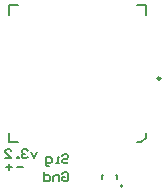
<source format=gbo>
%FSLAX25Y25*%
%MOIN*%
G70*
G01*
G75*
G04 Layer_Color=32896*
%ADD10C,0.00800*%
%ADD11R,0.01969X0.01969*%
%ADD12R,0.01969X0.01969*%
%ADD13R,0.02756X0.05118*%
%ADD14R,0.09370X0.06496*%
%ADD15R,0.00984X0.02756*%
%ADD16R,0.01929X0.01181*%
%ADD17R,0.02047X0.01181*%
%ADD18R,0.06299X0.03543*%
%ADD19R,0.01102X0.01969*%
%ADD20R,0.12205X0.12205*%
%ADD21R,0.00984X0.02362*%
%ADD22R,0.02362X0.00984*%
%ADD23R,0.10709X0.05079*%
%ADD24R,0.05787X0.04449*%
%ADD25R,0.03000X0.03000*%
%ADD26R,0.04449X0.05787*%
%ADD27R,0.03000X0.03000*%
%ADD28R,0.04331X0.03543*%
%ADD29C,0.02000*%
%ADD30C,0.00600*%
%ADD31C,0.01200*%
%ADD32C,0.01000*%
%ADD33C,0.00500*%
%ADD34C,0.05118*%
%ADD35C,0.01400*%
%ADD36C,0.01969*%
%ADD37R,0.01063X0.02047*%
%ADD38R,0.01417X0.02047*%
%ADD39R,0.02953X0.05906*%
%ADD40O,0.01575X0.05299*%
%ADD41O,0.01575X0.06874*%
%ADD42O,0.05299X0.01575*%
%ADD43O,0.06874X0.01575*%
%ADD44O,0.10024X0.01575*%
%ADD45R,0.08000X0.06300*%
%ADD46C,0.00984*%
%ADD47C,0.00394*%
%ADD48C,0.00787*%
%ADD49R,0.00984X0.01969*%
%ADD50R,0.05118X0.02756*%
%ADD51R,0.05512X0.05512*%
%ADD52R,0.05512X0.05906*%
%ADD53R,0.02756X0.00000*%
%ADD54R,0.02169X0.02169*%
%ADD55R,0.02169X0.02169*%
%ADD56R,0.02956X0.05318*%
%ADD57R,0.10173X0.07299*%
%ADD58R,0.01787X0.03559*%
%ADD59R,0.02323X0.01575*%
%ADD60R,0.02441X0.01575*%
%ADD61R,0.06850X0.04095*%
%ADD62R,0.01654X0.02520*%
%ADD63R,0.12405X0.12405*%
%ADD64R,0.10909X0.05279*%
%ADD65R,0.05987X0.04649*%
%ADD66R,0.03200X0.03200*%
%ADD67R,0.04649X0.05987*%
%ADD68R,0.03200X0.03200*%
%ADD69R,0.04531X0.03743*%
%ADD70C,0.00200*%
%ADD71C,0.02169*%
%ADD72R,0.01000X0.04000*%
%ADD73R,0.01263X0.02247*%
%ADD74R,0.01617X0.02247*%
%ADD75O,0.01775X0.05499*%
%ADD76O,0.01775X0.07074*%
%ADD77O,0.05499X0.01775*%
%ADD78O,0.07074X0.01775*%
%ADD79O,0.10224X0.01775*%
D10*
X3600Y8600D02*
X1601D01*
X2600Y9599D02*
Y7600D01*
X7400Y8600D02*
X5401D01*
X11900Y13299D02*
X10900Y11300D01*
X9901Y13299D01*
X8901Y13799D02*
X8401Y14299D01*
X7401D01*
X6902Y13799D01*
Y13299D01*
X7401Y12799D01*
X7901D01*
X7401D01*
X6902Y12300D01*
Y11800D01*
X7401Y11300D01*
X8401D01*
X8901Y11800D01*
X5902Y11300D02*
Y11800D01*
X5402D01*
Y11300D01*
X5902D01*
X1403D02*
X3403D01*
X1403Y13299D01*
Y13799D01*
X1903Y14299D01*
X2903D01*
X3403Y13799D01*
X20501Y12199D02*
X21001Y12699D01*
X22000D01*
X22500Y12199D01*
Y11699D01*
X22000Y11199D01*
X21001D01*
X20501Y10700D01*
Y10200D01*
X21001Y9700D01*
X22000D01*
X22500Y10200D01*
X19501Y9700D02*
X18501D01*
X19001D01*
Y11699D01*
X19501D01*
X16002Y8700D02*
X15502D01*
X15002Y9200D01*
Y11699D01*
X16502D01*
X17002Y11199D01*
Y10200D01*
X16502Y9700D01*
X15002D01*
X20501Y6199D02*
X21001Y6699D01*
X22000D01*
X22500Y6199D01*
Y4200D01*
X22000Y3700D01*
X21001D01*
X20501Y4200D01*
Y5200D01*
X21500D01*
X19501Y3700D02*
Y5699D01*
X18001D01*
X17502Y5200D01*
Y3700D01*
X14503Y6699D02*
Y3700D01*
X16002D01*
X16502Y4200D01*
Y5200D01*
X16002Y5699D01*
X14503D01*
D46*
X53158Y37925D02*
G03*
X53158Y37925I-492J0D01*
G01*
D48*
X40594Y2100D02*
G03*
X40594Y2100I-394J0D01*
G01*
X38759Y4592D02*
Y5773D01*
X38306D02*
X38759D01*
X33641Y4592D02*
Y5773D01*
X34094D01*
X45185Y16665D02*
X46760D01*
X48335Y18240D02*
Y19815D01*
X46760Y16665D02*
X48335Y18240D01*
X45185Y62335D02*
X48335D01*
Y59185D02*
Y62335D01*
X2665Y16665D02*
X5815D01*
X2665D02*
Y19815D01*
Y62335D02*
X5815D01*
X2665Y59185D02*
Y62335D01*
M02*

</source>
